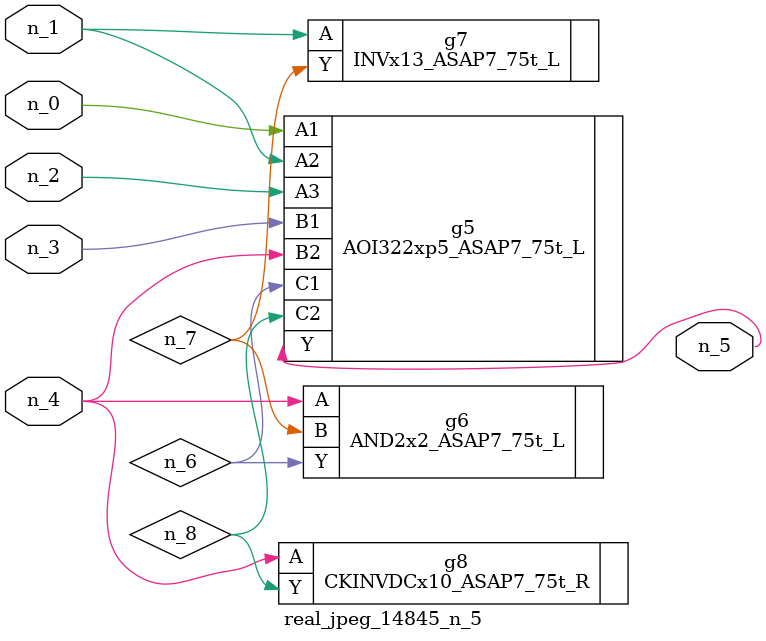
<source format=v>
module real_jpeg_14845_n_5 (n_4, n_0, n_1, n_2, n_3, n_5);

input n_4;
input n_0;
input n_1;
input n_2;
input n_3;

output n_5;

wire n_8;
wire n_6;
wire n_7;

AOI322xp5_ASAP7_75t_L g5 ( 
.A1(n_0),
.A2(n_1),
.A3(n_2),
.B1(n_3),
.B2(n_4),
.C1(n_6),
.C2(n_8),
.Y(n_5)
);

INVx13_ASAP7_75t_L g7 ( 
.A(n_1),
.Y(n_7)
);

AND2x2_ASAP7_75t_L g6 ( 
.A(n_4),
.B(n_7),
.Y(n_6)
);

CKINVDCx10_ASAP7_75t_R g8 ( 
.A(n_4),
.Y(n_8)
);


endmodule
</source>
